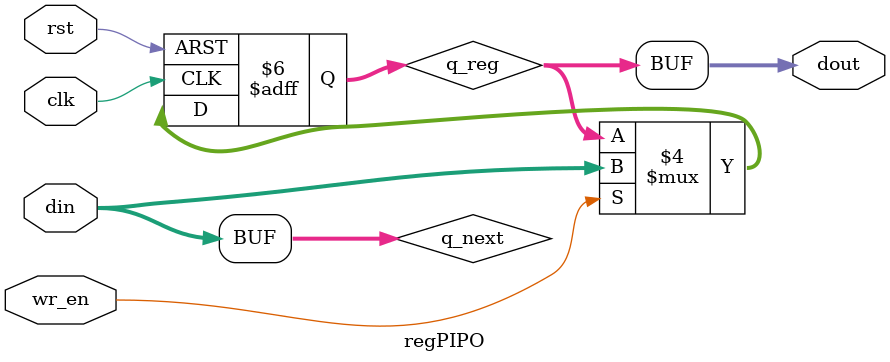
<source format=sv>
module regPIPO (
    input logic clk, rst, wr_en,
    input logic[3: 0] din,
    output logic[3: 0] dout
);
    logic[3: 0] q_next, q_reg;
    always_ff @(posedge clk, posedge rst) begin
        if(rst == 1'b1)
            q_reg <= 0;
        else if(wr_en == 1'b1)
            q_reg <= q_next;
    end

    assign q_next = din;
    assign dout = q_reg;
endmodule


</source>
